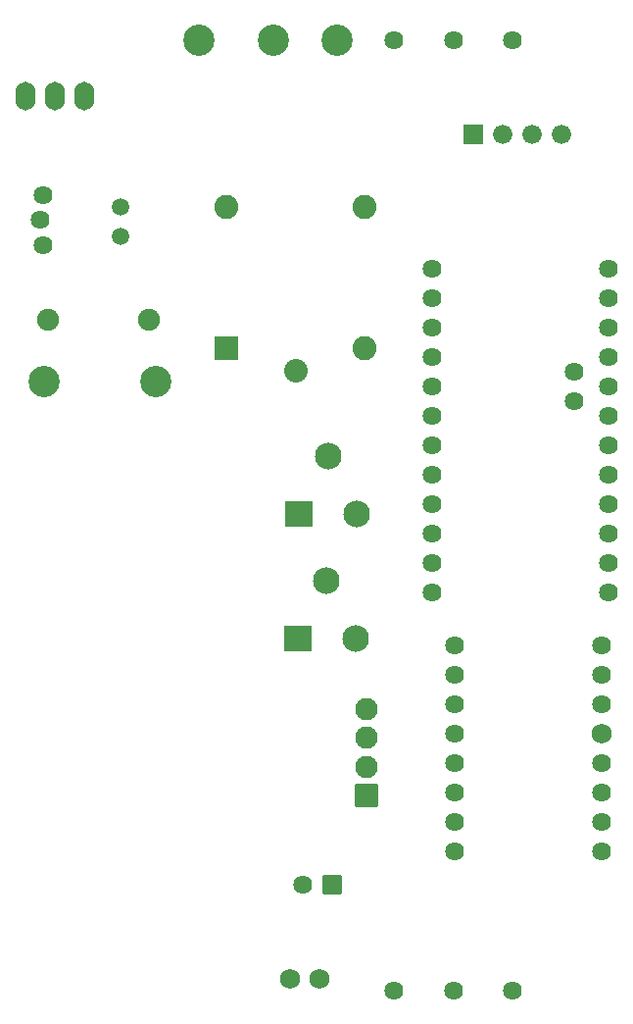
<source format=gbs>
G04 Layer: BottomSolderMaskLayer*
G04 EasyEDA v6.5.47, 2024-11-13 16:13:54*
G04 74c0bd91fdf74cf69fbd3cf6ffc820c0,28dbc4cd0de04f76b295d4d1f3f9c80b,10*
G04 Gerber Generator version 0.2*
G04 Scale: 100 percent, Rotated: No, Reflected: No *
G04 Dimensions in millimeters *
G04 leading zeros omitted , absolute positions ,4 integer and 5 decimal *
%FSLAX45Y45*%
%MOMM*%

%AMMACRO1*4,1,8,-0.7831,-0.8128,-0.8128,-0.7828,-0.8128,0.7831,-0.7831,0.8128,0.7828,0.8128,0.8128,0.7831,0.8128,-0.7828,0.7828,-0.8128,-0.7831,-0.8128,0*%
%AMMACRO2*4,1,8,-0.8085,-0.8382,-0.8382,-0.8082,-0.8382,0.8085,-0.8085,0.8382,0.8082,0.8382,0.8382,0.8085,0.8382,-0.8082,0.8082,-0.8382,-0.8085,-0.8382,0*%
%AMMACRO3*4,1,8,-0.9172,-0.9766,-0.9766,-0.9169,-0.9766,0.9172,-0.9172,0.9766,0.9169,0.9766,0.9766,0.9172,0.9766,-0.9169,0.9169,-0.9766,-0.9172,-0.9766,0*%
%AMMACRO4*4,1,8,-1.011,-1.0408,-1.0408,-1.0108,-1.0408,1.011,-1.011,1.0408,1.0108,1.0408,1.0408,1.011,1.0408,-1.0108,1.0108,-1.0408,-1.011,-1.0408,0*%
%AMMACRO5*4,1,8,-1.1209,-1.1012,-1.1506,-1.0712,-1.1506,1.0715,-1.1209,1.1012,1.1206,1.1012,1.1506,1.0715,1.1506,-1.0712,1.1206,-1.1012,-1.1209,-1.1012,0*%
%ADD10MACRO1*%
%ADD11C,1.6256*%
%ADD12C,1.7272*%
%ADD13C,1.9016*%
%ADD14C,1.5016*%
%ADD15MACRO2*%
%ADD16C,1.6764*%
%ADD17MACRO3*%
%ADD18C,1.9532*%
%ADD19O,1.7272X2.4892000000000003*%
%ADD20MACRO4*%
%ADD21C,2.0815*%
%ADD22C,2.0366*%
%ADD23MACRO5*%
%ADD24C,2.3016*%
%ADD25C,2.7032*%

%LPD*%
D10*
G01*
X6438900Y1308092D03*
D11*
G01*
X6184900Y1308092D03*
D12*
G01*
X6324600Y495292D03*
G01*
X6070600Y495292D03*
D13*
G01*
X3984599Y6184892D03*
G01*
X4854600Y6184892D03*
D14*
G01*
X4610100Y7162792D03*
G01*
X4610100Y6908792D03*
D15*
G01*
X7658100Y7785092D03*
D16*
G01*
X7912100Y7785092D03*
G01*
X8166100Y7785092D03*
G01*
X8420100Y7785092D03*
D17*
G01*
X6731000Y2078093D03*
D18*
G01*
X6731000Y2328105D03*
G01*
X6731000Y2578092D03*
G01*
X6731000Y2828104D03*
D19*
G01*
X3784600Y8115292D03*
G01*
X4038600Y8115292D03*
G01*
X4292600Y8115292D03*
D20*
G01*
X5521413Y5943198D03*
D21*
G01*
X6721398Y5943185D03*
D22*
G01*
X6121400Y5743186D03*
D21*
G01*
X5521401Y7163198D03*
G01*
X6721398Y7163198D03*
D23*
G01*
X6138163Y3433018D03*
D24*
G01*
X6638036Y3433132D03*
G01*
X6388100Y3933004D03*
D23*
G01*
X6150863Y4512518D03*
D24*
G01*
X6650736Y4512632D03*
G01*
X6400800Y5012504D03*
D25*
G01*
X3949700Y5651492D03*
G01*
X4914900Y5651492D03*
D11*
G01*
X6969963Y8599975D03*
G01*
X7484973Y8599975D03*
G01*
X7999984Y8599975D03*
G01*
X6969963Y399991D03*
G01*
X7484973Y399991D03*
G01*
X7999984Y399991D03*
G01*
X3911600Y7048492D03*
G01*
X3937000Y7264392D03*
G01*
X3937000Y6832592D03*
G01*
X8826500Y4851392D03*
G01*
X8826500Y5105392D03*
G01*
X8826500Y5359392D03*
G01*
X8826500Y5613392D03*
G01*
X8526500Y5486392D03*
G01*
X8526500Y5740392D03*
G01*
X7302500Y5613392D03*
G01*
X7302500Y5359392D03*
G01*
X7302500Y5105392D03*
G01*
X7302500Y4851392D03*
G01*
X7302500Y4597392D03*
G01*
X7302500Y4343392D03*
G01*
X7302500Y4089392D03*
G01*
X7302500Y3835392D03*
G01*
X8826500Y3835392D03*
G01*
X8826500Y4089392D03*
G01*
X8826500Y4343392D03*
G01*
X8826500Y4597392D03*
G01*
X7302500Y5867392D03*
G01*
X8826500Y6375392D03*
G01*
X8826500Y6629392D03*
G01*
X8826500Y6121392D03*
G01*
X7302500Y6121392D03*
G01*
X7302500Y6375392D03*
G01*
X7302500Y6629392D03*
G01*
X8826500Y5867392D03*
G01*
X7493000Y2108192D03*
G01*
X7493000Y1854192D03*
G01*
X7493000Y1600192D03*
G01*
X7493000Y2362192D03*
G01*
X7493000Y2616192D03*
G01*
X7493000Y2870192D03*
G01*
X7493000Y3124192D03*
G01*
X7493000Y3378192D03*
G01*
X8763000Y3378192D03*
G01*
X8763000Y3124192D03*
G01*
X8763000Y2870192D03*
D12*
G01*
X8763000Y2616192D03*
D11*
G01*
X8763000Y2362192D03*
G01*
X8763000Y2108192D03*
G01*
X8763000Y1854192D03*
G01*
X8763000Y1600192D03*
D25*
G01*
X5283200Y8599975D03*
G01*
X5930900Y8599975D03*
G01*
X6477000Y8599975D03*
M02*

</source>
